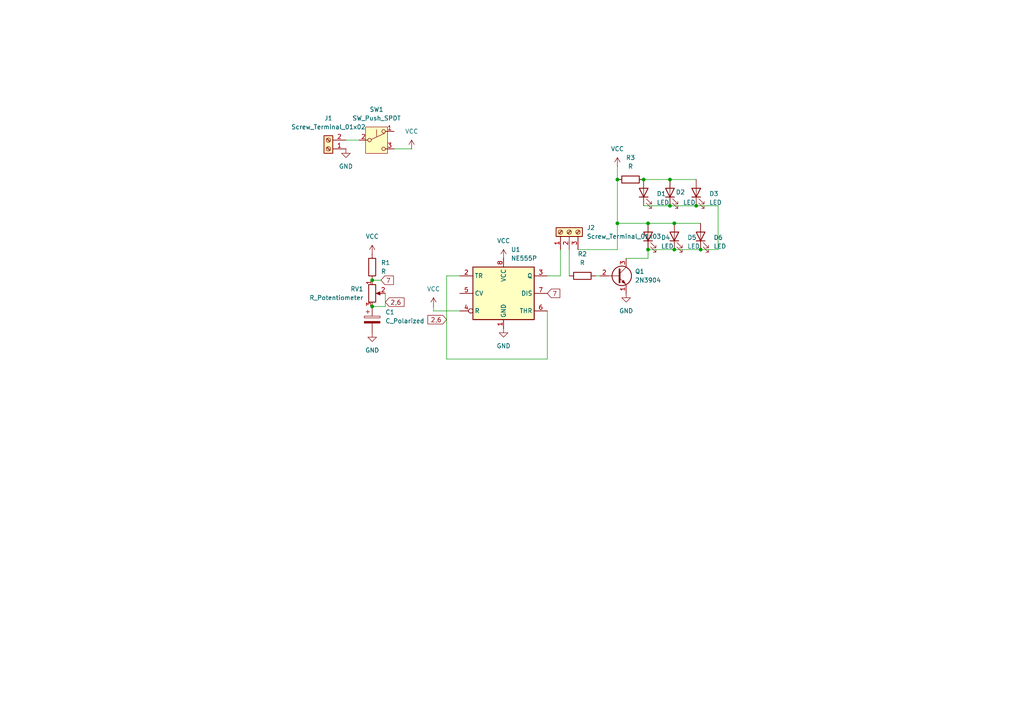
<source format=kicad_sch>
(kicad_sch (version 20250114) (generator "eeschema") (generator_version "9.0")
  (paper "A4")
  (lib_symbols
    (symbol "Connector:Screw_Terminal_01x02" (pin_names (offset 1.016) (hide yes))
      (property "Reference" "J" (at 0 2.54 0))
      (property "Value" "Screw_Terminal_01x02" (at 0 -5.08 0))
      (symbol "Screw_Terminal_01x02_1_1"
        (rectangle (start -1.27 1.27) (end 1.27 -3.81) (stroke (width 0.254)) (fill (type background)))
        (polyline (pts (xy -0.5334 0.3302) (xy 0.3302 -0.508)) (stroke (width 0.1524)))
        (polyline (pts (xy -0.5334 -2.2098) (xy 0.3302 -3.048)) (stroke (width 0.1524)))
        (polyline (pts (xy -0.3556 0.508) (xy 0.508 -0.3302)) (stroke (width 0.1524)))
        (polyline (pts (xy -0.3556 -2.032) (xy 0.508 -2.8702)) (stroke (width 0.1524)))
        (circle (center 0 0) (radius 0.635) (stroke (width 0.1524)))
        (circle (center 0 -2.54) (radius 0.635) (stroke (width 0.1524)))
        (pin passive line (at -5.08 0 0) (length 3.81) (name "Pin_1") (number "1"))
        (pin passive line (at -5.08 -2.54 0) (length 3.81) (name "Pin_2") (number "2"))
      )
    )
    (symbol "Connector:Screw_Terminal_01x03" (pin_names (offset 1.016) (hide yes))
      (property "Reference" "J" (at 0 5.08 0))
      (property "Value" "Screw_Terminal_01x03" (at 0 -5.08 0))
      (symbol "Screw_Terminal_01x03_1_1"
        (rectangle (start -1.27 3.81) (end 1.27 -3.81) (stroke (width 0.254)) (fill (type background)))
        (polyline (pts (xy -0.5334 2.8702) (xy 0.3302 2.032)) (stroke (width 0.1524)))
        (polyline (pts (xy -0.5334 0.3302) (xy 0.3302 -0.508)) (stroke (width 0.1524)))
        (polyline (pts (xy -0.5334 -2.2098) (xy 0.3302 -3.048)) (stroke (width 0.1524)))
        (polyline (pts (xy -0.3556 3.048) (xy 0.508 2.2098)) (stroke (width 0.1524)))
        (polyline (pts (xy -0.3556 0.508) (xy 0.508 -0.3302)) (stroke (width 0.1524)))
        (polyline (pts (xy -0.3556 -2.032) (xy 0.508 -2.8702)) (stroke (width 0.1524)))
        (circle (center 0 2.54) (radius 0.635) (stroke (width 0.1524)))
        (circle (center 0 0) (radius 0.635) (stroke (width 0.1524)))
        (circle (center 0 -2.54) (radius 0.635) (stroke (width 0.1524)))
        (pin passive line (at -5.08 2.54 0) (length 3.81) (name "Pin_1") (number "1"))
        (pin passive line (at -5.08 0 0) (length 3.81) (name "Pin_2") (number "2"))
        (pin passive line (at -5.08 -2.54 0) (length 3.81) (name "Pin_3") (number "3"))
      )
    )
    (symbol "Device:C_Polarized" (pin_numbers (hide yes)) (pin_names (offset 0.254))
      (property "Reference" "C" (at 0.635 2.54 0))
      (property "Value" "C_Polarized" (at 0.635 -2.54 0))
      (symbol "C_Polarized_0_1"
        (rectangle (start -2.286 0.508) (end 2.286 1.016))
        (polyline (pts (xy -1.778 2.286) (xy -0.762 2.286)))
        (polyline (pts (xy -1.27 2.794) (xy -1.27 1.778)))
        (rectangle (start 2.286 -0.508) (end -2.286 -1.016) (fill (type outline)))
      )
      (symbol "C_Polarized_1_1"
        (pin passive line (at 0 3.81 270) (length 2.794) (name "~") (number "1"))
        (pin passive line (at 0 -3.81 90) (length 2.794) (name "~") (number "2"))
      )
    )
    (symbol "Device:LED" (pin_numbers (hide yes)) (pin_names (offset 1.016) (hide yes))
      (property "Reference" "D" (at 0 2.54 0))
      (property "Value" "LED" (at 0 -2.54 0))
      (symbol "LED_0_1"
        (polyline (pts (xy -3.048 -0.762) (xy -4.572 -2.286) (xy -3.81 -2.286) (xy -4.572 -2.286) (xy -4.572 -1.524)))
        (polyline (pts (xy -1.778 -0.762) (xy -3.302 -2.286) (xy -2.54 -2.286) (xy -3.302 -2.286) (xy -3.302 -1.524)))
        (polyline (pts (xy -1.27 0) (xy 1.27 0)))
        (polyline (pts (xy -1.27 -1.27) (xy -1.27 1.27)) (stroke (width 0.254)))
        (polyline (pts (xy 1.27 -1.27) (xy 1.27 1.27) (xy -1.27 0) (xy 1.27 -1.27)) (stroke (width 0.254)))
      )
      (symbol "LED_1_1"
        (pin passive line (at -3.81 0 0) (length 2.54) (name "K") (number "1"))
        (pin passive line (at 3.81 0 180) (length 2.54) (name "A") (number "2"))
      )
    )
    (symbol "Device:R" (pin_numbers (hide yes)) (pin_names (offset 0))
      (property "Reference" "R" (at 2.032 0 90))
      (property "Value" "R" (at 0 0 90))
      (symbol "R_0_1"
        (rectangle (start -1.016 -2.54) (end 1.016 2.54) (stroke (width 0.254)))
      )
      (symbol "R_1_1"
        (pin passive line (at 0 3.81 270) (length 1.27) (name "~") (number "1"))
        (pin passive line (at 0 -3.81 90) (length 1.27) (name "~") (number "2"))
      )
    )
    (symbol "Device:R_Potentiometer" (pin_names (offset 1.016) (hide yes))
      (property "Reference" "RV" (at -4.445 0 90))
      (property "Value" "R_Potentiometer" (at -2.54 0 90))
      (symbol "R_Potentiometer_0_1"
        (rectangle (start 1.016 2.54) (end -1.016 -2.54) (stroke (width 0.254)))
        (polyline (pts (xy 1.143 0) (xy 2.286 0.508) (xy 2.286 -0.508) (xy 1.143 0)) (fill (type outline)))
        (polyline (pts (xy 2.54 0) (xy 1.524 0)))
      )
      (symbol "R_Potentiometer_1_1"
        (pin passive line (at 0 3.81 270) (length 1.27) (name "1") (number "1"))
        (pin passive line (at 0 -3.81 90) (length 1.27) (name "3") (number "3"))
        (pin passive line (at 3.81 0 180) (length 1.27) (name "2") (number "2"))
      )
    )
    (symbol "Switch:SW_Push_SPDT" (pin_names (offset 0) (hide yes))
      (property "Reference" "SW" (at 0 5.08 0))
      (property "Value" "SW_Push_SPDT" (at 0 -5.08 0))
      (symbol "SW_Push_SPDT_0_0"
        (circle (center -2.032 0) (radius 0.508))
        (polyline (pts (xy 0 1.016) (xy 0 3.048)))
        (circle (center 2.032 -2.54) (radius 0.508))
      )
      (symbol "SW_Push_SPDT_0_1"
        (polyline (pts (xy -1.524 0.2032) (xy 2.3368 1.9812)))
        (circle (center 2.032 2.54) (radius 0.508))
      )
      (symbol "SW_Push_SPDT_1_1"
        (rectangle (start -3.175 3.81) (end 3.175 -3.81) (fill (type background)))
        (pin passive line (at -5.08 0 0) (length 2.54) (name "B") (number "2"))
        (pin passive line (at 5.08 2.54 180) (length 2.54) (name "A") (number "1"))
        (pin passive line (at 5.08 -2.54 180) (length 2.54) (name "C") (number "3"))
      )
    )
    (symbol "Timer:NE555P"
      (property "Reference" "U" (at -10.16 8.89 0))
      (property "Value" "NE555P" (at 2.54 8.89 0))
      (symbol "NE555P_0_0"
        (pin power_in line (at 0 10.16 270) (length 2.54) (name "VCC") (number "8"))
        (pin power_in line (at 0 -10.16 90) (length 2.54) (name "GND") (number "1"))
      )
      (symbol "NE555P_0_1"
        (rectangle (start -8.89 -7.62) (end 8.89 7.62) (stroke (width 0.254)) (fill (type background)))
        (rectangle (start -8.89 -7.62) (end 8.89 7.62) (stroke (width 0.254)) (fill (type background)))
      )
      (symbol "NE555P_1_1"
        (pin input line (at -12.7 5.08 0) (length 3.81) (name "TR") (number "2"))
        (pin input line (at -12.7 0 0) (length 3.81) (name "CV") (number "5"))
        (pin input inverted (at -12.7 -5.08 0) (length 3.81) (name "R") (number "4"))
        (pin output line (at 12.7 5.08 180) (length 3.81) (name "Q") (number "3"))
        (pin input line (at 12.7 0 180) (length 3.81) (name "DIS") (number "7"))
        (pin input line (at 12.7 -5.08 180) (length 3.81) (name "THR") (number "6"))
      )
    )
    (symbol "Transistor_BJT:2N3904" (pin_names (offset 0) (hide yes))
      (property "Reference" "Q" (at 5.08 1.905 0))
      (property "Value" "2N3904" (at 5.08 0 0))
      (symbol "2N3904_0_1"
        (polyline (pts (xy -2.54 0) (xy 0.635 0)))
        (polyline (pts (xy 0.635 1.905) (xy 0.635 -1.905)) (stroke (width 0.508)))
        (circle (center 1.27 0) (radius 2.8194) (stroke (width 0.254)))
      )
      (symbol "2N3904_1_1"
        (polyline (pts (xy 0.635 0.635) (xy 2.54 2.54)))
        (polyline (pts (xy 0.635 -0.635) (xy 2.54 -2.54)))
        (polyline (pts (xy 1.27 -1.778) (xy 1.778 -1.27) (xy 2.286 -2.286) (xy 1.27 -1.778)) (fill (type outline)))
        (pin input line (at -5.08 0 0) (length 2.54) (name "B") (number "2"))
        (pin passive line (at 2.54 5.08 270) (length 2.54) (name "C") (number "3"))
        (pin passive line (at 2.54 -5.08 90) (length 2.54) (name "E") (number "1"))
      )
    )
    (symbol "power:GND" (power) (pin_numbers (hide yes)) (pin_names (offset 0) (hide yes))
      (property "Value" "GND" (at 0 -3.81 0))
      (symbol "GND_0_1"
        (polyline (pts (xy 0 0) (xy 0 -1.27) (xy 1.27 -1.27) (xy 0 -2.54) (xy -1.27 -1.27) (xy 0 -1.27)))
      )
      (symbol "GND_1_1"
        (pin power_in line (at 0 0 270) (length 0) (name "~") (number "1"))
      )
    )
    (symbol "power:VCC" (power) (pin_numbers (hide yes)) (pin_names (offset 0) (hide yes))
      (property "Value" "VCC" (at 0 3.556 0))
      (symbol "VCC_0_1"
        (polyline (pts (xy -0.762 1.27) (xy 0 2.54)))
        (polyline (pts (xy 0 2.54) (xy 0.762 1.27)))
        (polyline (pts (xy 0 0) (xy 0 2.54)))
      )
      (symbol "VCC_1_1"
        (pin power_in line (at 0 0 90) (length 0) (name "~") (number "1"))
      )
    )
  )
  (junction (at 195.58 64.77))
  (junction (at 201.93 59.69))
  (junction (at 203.2 72.39))
  (junction (at 179.07 64.77))
  (junction (at 194.31 52.07))
  (junction (at 187.96 64.77))
  (junction (at 107.95 81.28))
  (junction (at 194.31 59.69))
  (junction (at 107.95 88.9))
  (junction (at 195.58 72.39))
  (junction (at 187.96 72.39))
  (junction (at 179.07 52.07))
  (junction (at 186.69 52.07))
  (wire (pts (xy 158.75 90.17) (xy 158.75 104.14)))
  (wire (pts (xy 172.72 80.01) (xy 173.99 80.01)))
  (wire (pts (xy 195.58 64.77) (xy 203.2 64.77)))
  (wire (pts (xy 181.61 74.93) (xy 187.96 74.93)))
  (wire (pts (xy 187.96 72.39) (xy 195.58 72.39)))
  (wire (pts (xy 129.54 104.14) (xy 129.54 80.01)))
  (wire (pts (xy 125.73 90.17) (xy 125.73 88.9)))
  (wire (pts (xy 195.58 72.39) (xy 203.2 72.39)))
  (wire (pts (xy 179.07 64.77) (xy 179.07 52.07)))
  (wire (pts (xy 111.76 85.09) (xy 111.76 88.9)))
  (wire (pts (xy 107.95 81.28) (xy 110.49 81.28)))
  (wire (pts (xy 162.56 80.01) (xy 158.75 80.01)))
  (wire (pts (xy 203.2 72.39) (xy 208.28 72.39)))
  (wire (pts (xy 179.07 64.77) (xy 187.96 64.77)))
  (wire (pts (xy 100.33 40.64) (xy 104.14 40.64)))
  (wire (pts (xy 167.64 72.39) (xy 179.07 72.39)))
  (wire (pts (xy 201.93 59.69) (xy 208.28 59.69)))
  (wire (pts (xy 186.69 52.07) (xy 194.31 52.07)))
  (wire (pts (xy 186.69 59.69) (xy 194.31 59.69)))
  (wire (pts (xy 165.1 80.01) (xy 165.1 72.39)))
  (wire (pts (xy 158.75 104.14) (xy 129.54 104.14)))
  (wire (pts (xy 114.3 43.18) (xy 119.38 43.18)))
  (wire (pts (xy 187.96 74.93) (xy 187.96 72.39)))
  (wire (pts (xy 179.07 52.07) (xy 179.07 48.26)))
  (wire (pts (xy 111.76 88.9) (xy 107.95 88.9)))
  (wire (pts (xy 194.31 52.07) (xy 201.93 52.07)))
  (wire (pts (xy 179.07 72.39) (xy 179.07 64.77)))
  (wire (pts (xy 162.56 72.39) (xy 162.56 80.01)))
  (wire (pts (xy 187.96 64.77) (xy 195.58 64.77)))
  (wire (pts (xy 129.54 80.01) (xy 133.35 80.01)))
  (wire (pts (xy 133.35 90.17) (xy 125.73 90.17)))
  (wire (pts (xy 194.31 59.69) (xy 201.93 59.69)))
  (wire (pts (xy 208.28 72.39) (xy 208.28 59.69)))
  (global_label "2,6" (shape input) (at 129.54 92.71 180) (property "Intersheetrefs" "${INTERSHEET_REFS}" (effects (hide yes))))
  (global_label "2,6" (shape input) (at 111.76 87.63 0) (property "Intersheetrefs" "${INTERSHEET_REFS}" (effects (hide yes))))
  (global_label "7" (shape input) (at 110.49 81.28 0) (property "Intersheetrefs" "${INTERSHEET_REFS}" (effects (hide yes))))
  (global_label "7" (shape input) (at 158.75 85.09 0) (property "Intersheetrefs" "${INTERSHEET_REFS}" (effects (hide yes))))
  (symbol (lib_id "Device:LED") (at 195.58 68.58 90) (unit 1)
    (property "Reference" "D5" (at 199.3494 68.8974 90) (effects (justify right)))
    (property "Value" "LED" (at 199.3494 71.4374 90) (effects (justify right)))
    (property "Footprint" "LED_THT:LED_D5.0mm" (effects (hide yes)))
    (property "Description" "Light emitting diode" (effects (hide yes)))
    (property "Sim.Pins" "1=K 2=A" (effects (hide yes)))
  )
  (symbol (lib_id "power:VCC") (at 107.95 73.66 0) (unit 1)
    (property "Reference" "#PWR04" (effects (hide yes)))
    (property "Value" "VCC" (at 107.95 68.58 0))
    (property "Description" "Power symbol creates a global label with name \"VCC\"" (effects (hide yes)))
  )
  (symbol (lib_id "Device:C_Polarized") (at 107.95 92.71 0) (unit 1)
    (property "Reference" "C1" (at 111.76 90.5509 0) (effects (justify left)))
    (property "Value" "C_Polarized" (at 111.76 93.0909 0) (effects (justify left)))
    (property "Footprint" "Capacitor_THT:CP_Radial_D4.0mm_P2.00mm" (effects (hide yes)))
    (property "Description" "Polarized capacitor" (effects (hide yes)))
  )
  (symbol (lib_id "power:GND") (at 100.33 43.18 0) (unit 1)
    (property "Reference" "#PWR03" (effects (hide yes)))
    (property "Value" "GND" (at 100.33 48.26 0))
    (property "Description" "Power symbol creates a global label with name \"GND\" , ground" (effects (hide yes)))
  )
  (symbol (lib_id "power:GND") (at 181.61 85.09 0) (unit 1)
    (property "Reference" "#PWR09" (effects (hide yes)))
    (property "Value" "GND" (at 181.61 90.17 0))
    (property "Description" "Power symbol creates a global label with name \"GND\" , ground" (effects (hide yes)))
  )
  (symbol (lib_id "Switch:SW_Push_SPDT") (at 109.22 40.64 0) (unit 1)
    (property "Reference" "SW1" (at 109.22 31.75 0))
    (property "Value" "SW_Push_SPDT" (at 109.22 34.29 0))
    (property "Footprint" "Button_Switch_THT:SW_Slide_SPDT_Angled_CK_OS102011MA1Q" (effects (hide yes)))
    (property "Description" "Momentary Switch, single pole double throw" (effects (hide yes)))
  )
  (symbol (lib_id "Device:LED") (at 194.31 55.88 90) (unit 1)
    (property "Reference" "D2" (at 195.9951 55.7307 90) (effects (justify right)))
    (property "Value" "LED" (at 198.0794 58.7374 90) (effects (justify right)))
    (property "Footprint" "LED_THT:LED_D5.0mm" (effects (hide yes)))
    (property "Description" "Light emitting diode" (effects (hide yes)))
    (property "Sim.Pins" "1=K 2=A" (effects (hide yes)))
  )
  (symbol (lib_id "power:GND") (at 146.05 95.25 0) (unit 1)
    (property "Reference" "#PWR07" (effects (hide yes)))
    (property "Value" "GND" (at 146.05 100.33 0))
    (property "Description" "Power symbol creates a global label with name \"GND\" , ground" (effects (hide yes)))
  )
  (symbol (lib_id "Device:LED") (at 203.2 68.58 90) (unit 1)
    (property "Reference" "D6" (at 206.9694 68.8974 90) (effects (justify right)))
    (property "Value" "LED" (at 206.9694 71.4374 90) (effects (justify right)))
    (property "Footprint" "LED_THT:LED_D5.0mm" (effects (hide yes)))
    (property "Description" "Light emitting diode" (effects (hide yes)))
    (property "Sim.Pins" "1=K 2=A" (effects (hide yes)))
  )
  (symbol (lib_id "Timer:NE555P") (at 146.05 85.09 0) (unit 1)
    (property "Reference" "U1" (at 148.1933 72.39 0) (effects (justify left)))
    (property "Value" "NE555P" (at 148.1933 74.93 0) (effects (justify left)))
    (property "Footprint" "Package_DIP:DIP-8_W7.62mm" (effects (hide yes)))
    (property "Datasheet" "http://www.ti.com/lit/ds/symlink/ne555.pdf" (effects (hide yes)))
    (property "Description" "Precision Timers, 555 compatible,  PDIP-8" (effects (hide yes)))
  )
  (symbol (lib_id "power:VCC") (at 179.07 48.26 0) (unit 1)
    (property "Reference" "#PWR08" (effects (hide yes)))
    (property "Value" "VCC" (at 179.07 43.18 0))
    (property "Description" "Power symbol creates a global label with name \"VCC\"" (effects (hide yes)))
  )
  (symbol (lib_id "Device:R_Potentiometer") (at 107.95 85.09 0) (unit 1)
    (property "Reference" "RV1" (at 105.41 83.8199 0) (effects (justify right)))
    (property "Value" "R_Potentiometer" (at 105.41 86.3599 0) (effects (justify right)))
    (property "Footprint" "Potentiometer_THT:Potentiometer_Vishay_T73XX_Horizontal" (effects (hide yes)))
    (property "Description" "Potentiometer" (effects (hide yes)))
  )
  (symbol (lib_id "Device:R") (at 182.88 52.07 90) (unit 1)
    (property "Reference" "R3" (at 182.88 45.72 90))
    (property "Value" "R" (at 182.88 48.26 90))
    (property "Footprint" "Resistor_THT:R_Axial_DIN0204_L3.6mm_D1.6mm_P5.08mm_Horizontal" (effects (hide yes)))
    (property "Description" "Resistor" (effects (hide yes)))
  )
  (symbol (lib_id "Device:LED") (at 201.93 55.88 90) (unit 1)
    (property "Reference" "D3" (at 205.6994 56.1974 90) (effects (justify right)))
    (property "Value" "LED" (at 205.6994 58.7374 90) (effects (justify right)))
    (property "Footprint" "LED_THT:LED_D5.0mm" (effects (hide yes)))
    (property "Description" "Light emitting diode" (effects (hide yes)))
    (property "Sim.Pins" "1=K 2=A" (effects (hide yes)))
  )
  (symbol (lib_id "power:VCC") (at 146.05 74.93 0) (unit 1)
    (property "Reference" "#PWR05" (effects (hide yes)))
    (property "Value" "VCC" (at 146.05 69.85 0))
    (property "Description" "Power symbol creates a global label with name \"VCC\"" (effects (hide yes)))
  )
  (symbol (lib_id "Device:R") (at 168.91 80.01 90) (unit 1)
    (property "Reference" "R2" (at 168.91 73.66 90))
    (property "Value" "R" (at 168.91 76.2 90))
    (property "Footprint" "Resistor_THT:R_Axial_DIN0204_L3.6mm_D1.6mm_P5.08mm_Horizontal" (effects (hide yes)))
    (property "Description" "Resistor" (effects (hide yes)))
  )
  (symbol (lib_id "Connector:Screw_Terminal_01x03") (at 165.1 67.31 90) (unit 1)
    (property "Reference" "J2" (at 170.18 66.0399 90) (effects (justify right)))
    (property "Value" "Screw_Terminal_01x03" (at 170.18 68.5799 90) (effects (justify right)))
    (property "Footprint" "TerminalBlock_Phoenix:TerminalBlock_Phoenix_MKDS-1,5-3_1x03_P5.00mm_Horizontal" (effects (hide yes)))
    (property "Description" "Generic screw terminal, single row, 01x03, script generated (kicad-library-utils/schlib/autogen/connector/)" (effects (hide yes)))
  )
  (symbol (lib_id "Transistor_BJT:2N3904") (at 179.07 80.01 0) (unit 1)
    (property "Reference" "Q1" (at 184.15 78.7399 0) (effects (justify left)))
    (property "Value" "2N3904" (at 184.15 81.2799 0) (effects (justify left)))
    (property "Footprint" "Package_TO_SOT_THT:TO-92_Inline" (effects (hide yes)))
    (property "Datasheet" "https://www.onsemi.com/pub/Collateral/2N3903-D.PDF" (effects (hide yes)))
    (property "Description" "0.2A Ic, 40V Vce, Small Signal NPN Transistor, TO-92" (effects (hide yes)))
  )
  (symbol (lib_id "power:GND") (at 107.95 96.52 0) (unit 1)
    (property "Reference" "#PWR01" (effects (hide yes)))
    (property "Value" "GND" (at 107.95 101.6 0))
    (property "Description" "Power symbol creates a global label with name \"GND\" , ground" (effects (hide yes)))
  )
  (symbol (lib_id "Device:R") (at 107.95 77.47 0) (unit 1)
    (property "Reference" "R1" (at 110.49 76.1999 0) (effects (justify left)))
    (property "Value" "R" (at 110.49 78.7399 0) (effects (justify left)))
    (property "Footprint" "Resistor_THT:R_Axial_DIN0204_L3.6mm_D1.6mm_P5.08mm_Horizontal" (effects (hide yes)))
    (property "Description" "Resistor" (effects (hide yes)))
  )
  (symbol (lib_id "Device:LED") (at 187.96 68.58 90) (unit 1)
    (property "Reference" "D4" (at 191.7294 68.8974 90) (effects (justify right)))
    (property "Value" "LED" (at 191.7294 71.4374 90) (effects (justify right)))
    (property "Footprint" "LED_THT:LED_D5.0mm" (effects (hide yes)))
    (property "Description" "Light emitting diode" (effects (hide yes)))
    (property "Sim.Pins" "1=K 2=A" (effects (hide yes)))
  )
  (symbol (lib_id "power:VCC") (at 125.73 88.9 0) (unit 1)
    (property "Reference" "#PWR06" (effects (hide yes)))
    (property "Value" "VCC" (at 125.73 83.82 0))
    (property "Description" "Power symbol creates a global label with name \"VCC\"" (effects (hide yes)))
  )
  (symbol (lib_id "Connector:Screw_Terminal_01x02") (at 95.25 43.18 180) (unit 1)
    (property "Reference" "J1" (at 95.25 34.29 0))
    (property "Value" "Screw_Terminal_01x02" (at 95.25 36.83 0))
    (property "Footprint" "TerminalBlock_Phoenix:TerminalBlock_Phoenix_MKDS-1,5-2-5.08_1x02_P5.08mm_Horizontal" (effects (hide yes)))
    (property "Description" "Generic screw terminal, single row, 01x02, script generated (kicad-library-utils/schlib/autogen/connector/)" (effects (hide yes)))
  )
  (symbol (lib_id "power:VCC") (at 119.38 43.18 0) (unit 1)
    (property "Reference" "#PWR02" (effects (hide yes)))
    (property "Value" "VCC" (at 119.38 38.1 0))
    (property "Description" "Power symbol creates a global label with name \"VCC\"" (effects (hide yes)))
  )
  (symbol (lib_id "Device:LED") (at 186.69 55.88 90) (unit 1)
    (property "Reference" "D1" (at 190.4594 56.1974 90) (effects (justify right)))
    (property "Value" "LED" (at 190.4594 58.7374 90) (effects (justify right)))
    (property "Footprint" "LED_THT:LED_D5.0mm" (effects (hide yes)))
    (property "Description" "Light emitting diode" (effects (hide yes)))
    (property "Sim.Pins" "1=K 2=A" (effects (hide yes)))
  )
)
</source>
